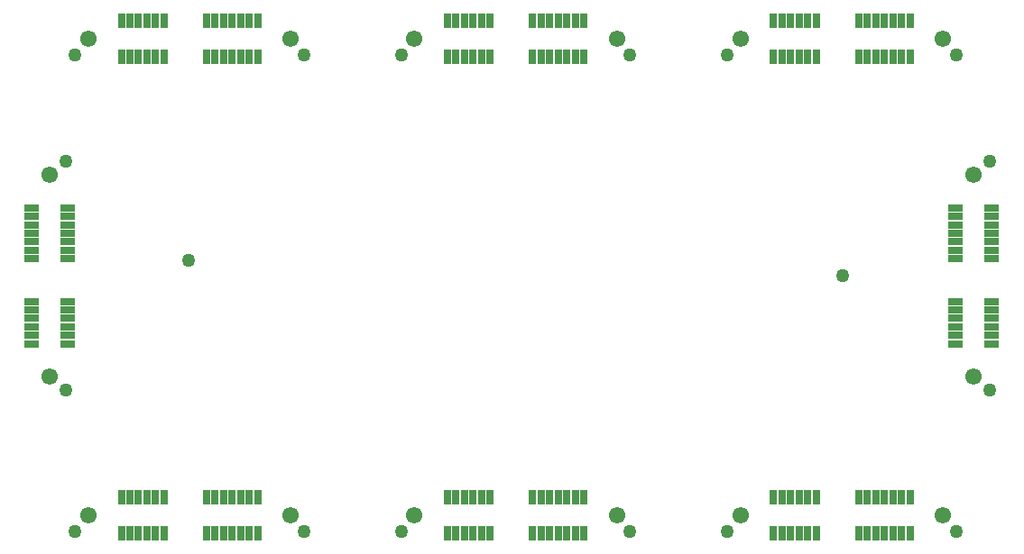
<source format=gbr>
%TF.GenerationSoftware,KiCad,Pcbnew,8.0.2-1*%
%TF.CreationDate,2025-02-24T13:25:59-05:00*%
%TF.ProjectId,ConcentratorBoardOctagon,436f6e63-656e-4747-9261-746f72426f61,rev?*%
%TF.SameCoordinates,Original*%
%TF.FileFunction,Soldermask,Top*%
%TF.FilePolarity,Negative*%
%FSLAX46Y46*%
G04 Gerber Fmt 4.6, Leading zero omitted, Abs format (unit mm)*
G04 Created by KiCad (PCBNEW 8.0.2-1) date 2025-02-24 13:25:59*
%MOMM*%
%LPD*%
G01*
G04 APERTURE LIST*
G04 Aperture macros list*
%AMRoundRect*
0 Rectangle with rounded corners*
0 $1 Rounding radius*
0 $2 $3 $4 $5 $6 $7 $8 $9 X,Y pos of 4 corners*
0 Add a 4 corners polygon primitive as box body*
4,1,4,$2,$3,$4,$5,$6,$7,$8,$9,$2,$3,0*
0 Add four circle primitives for the rounded corners*
1,1,$1+$1,$2,$3*
1,1,$1+$1,$4,$5*
1,1,$1+$1,$6,$7*
1,1,$1+$1,$8,$9*
0 Add four rect primitives between the rounded corners*
20,1,$1+$1,$2,$3,$4,$5,0*
20,1,$1+$1,$4,$5,$6,$7,0*
20,1,$1+$1,$6,$7,$8,$9,0*
20,1,$1+$1,$8,$9,$2,$3,0*%
G04 Aperture macros list end*
%ADD10C,1.270000*%
%ADD11RoundRect,0.102000X-0.250000X-0.600000X0.250000X-0.600000X0.250000X0.600000X-0.250000X0.600000X0*%
%ADD12C,1.552000*%
%ADD13RoundRect,0.102000X0.600000X-0.250000X0.600000X0.250000X-0.600000X0.250000X-0.600000X-0.250000X0*%
G04 APERTURE END LIST*
D10*
%TO.C,REF\u002A\u002A4*%
X89255000Y-124000000D03*
X110745000Y-124000000D03*
D11*
X93600000Y-124200000D03*
X93600000Y-120800000D03*
X94400000Y-124200000D03*
X94400000Y-120800000D03*
X95200000Y-124200000D03*
X95200000Y-120800000D03*
X96000000Y-124200000D03*
X96000000Y-120800000D03*
X96800000Y-124200000D03*
X96800000Y-120800000D03*
X97600000Y-124200000D03*
X97600000Y-120800000D03*
X101600000Y-124200000D03*
X101600000Y-120800000D03*
X102400000Y-124200000D03*
X102400000Y-120800000D03*
X103200000Y-124200000D03*
X103200000Y-120800000D03*
X104000000Y-124200000D03*
X104000000Y-120800000D03*
X104800000Y-124200000D03*
X104800000Y-120800000D03*
X105600000Y-124200000D03*
X105600000Y-120800000D03*
X106400000Y-124200000D03*
X106400000Y-120800000D03*
D12*
X90505000Y-122500000D03*
X109495000Y-122500000D03*
%TD*%
D10*
%TO.C,REF\u002A\u002A*%
X58655000Y-124000000D03*
X80145000Y-124000000D03*
D11*
X63000000Y-124200000D03*
X63000000Y-120800000D03*
X63800000Y-124200000D03*
X63800000Y-120800000D03*
X64600000Y-124200000D03*
X64600000Y-120800000D03*
X65400000Y-124200000D03*
X65400000Y-120800000D03*
X66200000Y-124200000D03*
X66200000Y-120800000D03*
X67000000Y-124200000D03*
X67000000Y-120800000D03*
X71000000Y-124200000D03*
X71000000Y-120800000D03*
X71800000Y-120800000D03*
X71800000Y-124200000D03*
X72600000Y-124200000D03*
X72600000Y-120800000D03*
X73400000Y-124200000D03*
X73400000Y-120800000D03*
X74200000Y-124200000D03*
X74200000Y-120800000D03*
X75000000Y-124200000D03*
X75000000Y-120800000D03*
X75800000Y-124200000D03*
X75800000Y-120800000D03*
D12*
X59905000Y-122500000D03*
X78895000Y-122500000D03*
%TD*%
D10*
%TO.C,REF\u002A\u002A2*%
X119855000Y-124000000D03*
X141345000Y-124000000D03*
D11*
X124200000Y-124200000D03*
X124200000Y-120800000D03*
X125000000Y-124200000D03*
X125000000Y-120800000D03*
X125800000Y-124200000D03*
X125800000Y-120800000D03*
X126600000Y-124200000D03*
X126600000Y-120800000D03*
X127400000Y-124200000D03*
X127400000Y-120800000D03*
X128200000Y-124200000D03*
X128200000Y-120800000D03*
X132200000Y-124200000D03*
X132200000Y-120800000D03*
X133000000Y-124200000D03*
X133000000Y-120800000D03*
X133800000Y-124200000D03*
X133800000Y-120800000D03*
X134600000Y-124200000D03*
X134600000Y-120800000D03*
X135400000Y-124200000D03*
X135400000Y-120800000D03*
X136200000Y-124200000D03*
X136200000Y-120800000D03*
X137000000Y-124200000D03*
X137000000Y-120800000D03*
D12*
X121105000Y-122500000D03*
X140095000Y-122500000D03*
%TD*%
D10*
%TO.C,REF\u002A\u002A2*%
X119855000Y-79200000D03*
X141345000Y-79200000D03*
D11*
X124200000Y-79400000D03*
X124200000Y-76000000D03*
X125000000Y-79400000D03*
X125000000Y-76000000D03*
X125800000Y-79400000D03*
X125800000Y-76000000D03*
X126600000Y-79400000D03*
X126600000Y-76000000D03*
X127400000Y-79400000D03*
X127400000Y-76000000D03*
X128200000Y-79400000D03*
X128200000Y-76000000D03*
X132200000Y-79400000D03*
X132200000Y-76000000D03*
X133000000Y-79400000D03*
X133000000Y-76000000D03*
X133800000Y-79400000D03*
X133800000Y-76000000D03*
X134600000Y-79400000D03*
X134600000Y-76000000D03*
X135400000Y-79400000D03*
X135400000Y-76000000D03*
X136200000Y-79400000D03*
X136200000Y-76000000D03*
X137000000Y-79400000D03*
X137000000Y-76000000D03*
D12*
X121105000Y-77700000D03*
X140095000Y-77700000D03*
%TD*%
D10*
%TO.C,REF\u002A\u002A*%
X144500000Y-110745000D03*
X144500000Y-89255000D03*
D13*
X144700000Y-106400000D03*
X141300000Y-106400000D03*
X144700000Y-105600000D03*
X141300000Y-105600000D03*
X144700000Y-104800000D03*
X141300000Y-104800000D03*
X144700000Y-104000000D03*
X141300000Y-104000000D03*
X144700000Y-103200000D03*
X141300000Y-103200000D03*
X144700000Y-102400000D03*
X141300000Y-102400000D03*
X144700000Y-98400000D03*
X141300000Y-98400000D03*
X144700000Y-97600000D03*
X141300000Y-97600000D03*
X144700000Y-96800000D03*
X141300000Y-96800000D03*
X144700000Y-96000000D03*
X141300000Y-96000000D03*
X144700000Y-95200000D03*
X141300000Y-95200000D03*
X144700000Y-94400000D03*
X141300000Y-94400000D03*
X144700000Y-93600000D03*
X141300000Y-93600000D03*
D12*
X143000000Y-109495000D03*
X143000000Y-90505000D03*
%TD*%
D10*
%TO.C,REF\u002A\u002A1*%
X58655000Y-79200000D03*
X80145000Y-79200000D03*
D11*
X63000000Y-79400000D03*
X63000000Y-76000000D03*
X63800000Y-79400000D03*
X63800000Y-76000000D03*
X64600000Y-79400000D03*
X64600000Y-76000000D03*
X65400000Y-79400000D03*
X65400000Y-76000000D03*
X66200000Y-79400000D03*
X66200000Y-76000000D03*
X67000000Y-79400000D03*
X67000000Y-76000000D03*
X71000000Y-79400000D03*
X71000000Y-76000000D03*
X71800000Y-79400000D03*
X71800000Y-76000000D03*
X72600000Y-79400000D03*
X72600000Y-76000000D03*
X73400000Y-79400000D03*
X73400000Y-76000000D03*
X74200000Y-79400000D03*
X74200000Y-76000000D03*
X75000000Y-79400000D03*
X75000000Y-76000000D03*
X75800000Y-79400000D03*
X75800000Y-76000000D03*
D12*
X59905000Y-77700000D03*
X78895000Y-77700000D03*
%TD*%
D10*
%TO.C,REF\u002A\u002A3*%
X89255000Y-79200000D03*
X110745000Y-79200000D03*
D11*
X93600000Y-79400000D03*
X93600000Y-76000000D03*
X94400000Y-79400000D03*
X94400000Y-76000000D03*
X95200000Y-79400000D03*
X95200000Y-76000000D03*
X96000000Y-79400000D03*
X96000000Y-76000000D03*
X96800000Y-79400000D03*
X96800000Y-76000000D03*
X97600000Y-79400000D03*
X97600000Y-76000000D03*
X101600000Y-79400000D03*
X101600000Y-76000000D03*
X102400000Y-79400000D03*
X102400000Y-76000000D03*
X103200000Y-79400000D03*
X103200000Y-76000000D03*
X104000000Y-79400000D03*
X104000000Y-76000000D03*
X104800000Y-79400000D03*
X104800000Y-76000000D03*
X105600000Y-79400000D03*
X105600000Y-76000000D03*
X106400000Y-79400000D03*
X106400000Y-76000000D03*
D12*
X90505000Y-77700000D03*
X109495000Y-77700000D03*
%TD*%
D10*
%TO.C,REF\u002A\u002A*%
X57800000Y-110745000D03*
X57800000Y-89255000D03*
D13*
X58000000Y-106400000D03*
X54600000Y-106400000D03*
X58000000Y-105600000D03*
X54600000Y-105600000D03*
X58000000Y-104800000D03*
X54600000Y-104800000D03*
X58000000Y-104000000D03*
X54600000Y-104000000D03*
X58000000Y-103200000D03*
X54600000Y-103200000D03*
X58000000Y-102400000D03*
X54600000Y-102400000D03*
X58000000Y-98400000D03*
X54600000Y-98400000D03*
X58000000Y-97600000D03*
X54600000Y-97600000D03*
X58000000Y-96800000D03*
X54600000Y-96800000D03*
X58000000Y-96000000D03*
X54600000Y-96000000D03*
X58000000Y-95200000D03*
X54600000Y-95200000D03*
X58000000Y-94400000D03*
X54600000Y-94400000D03*
X58000000Y-93600000D03*
X54600000Y-93600000D03*
D12*
X56300000Y-109495000D03*
X56300000Y-90505000D03*
%TD*%
D10*
%TO.C,REF\u002A\u002A*%
X69300000Y-98500000D03*
X130700000Y-100000000D03*
%TD*%
M02*

</source>
